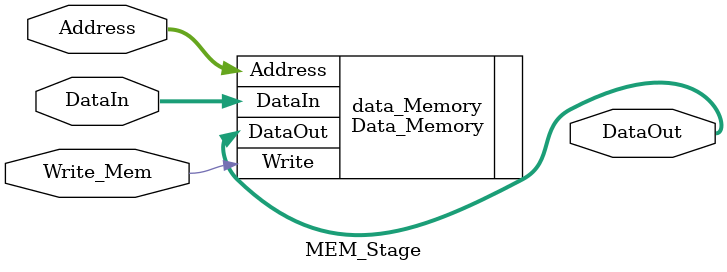
<source format=v>

module IF_Stage(PCSourse, PC, Transfer_PC, R_PC, Jump_PC, Next_PC, PC_4, Instruct);                 //???  R_PC
    input [31:0] PC, Jump_PC, Transfer_PC, R_PC;            //四选一信号输入的PC的几个选项
    input [1:0] PCSourse;                   //PC选择信号

    output [31:0] Next_PC, PC_4, Instruct;
    mux4 Mux4_to_1(PC_4, Transfer_PC, R_PC,Jump_PC, PCSourse,  Next_PC);
    cla32 pc_plus_4(PC, 32'h4, 1'b0, PC_4);

    wire [9:0] addr = {PC[11:2]};
    Instruct_Memory mem(addr, Instruct);
endmodule

//id stage
module ID_Stage(
  Mem_Write_Reg_EN, Mem_Dst_id, Exe_Dst_id, Exe_Wrire_Reg_EN, Exe_MemToReg, Mem_MemToReg, 
  ID_PC4, Instruct, WB_Dst_id, 
  Dst_id_info, Exe_Alu_Res, Mem_Alu_Res, Mem_out, WB_WriteReg_EN, Clock, clrn, Transfer_PC, Jump_PC, PCSourse, 
  NO_Stall, Write_Reg, MemToReg, Write_Mem, Alu_Code, alu_b_in_mux, Alu_dataIn_a, Alu_dataIn_b, immediate, rn, 
  Shift, Jal
);
/*Signal
Exe_Dst_id: write_reg id, before the EXE/Mem Reg
Mem_Dst_idr: write_reg id, after the EXE/Mem Reg
Dst_id_info: the info write to reg
Mem_out: the alu input red from mem
clrn:???
a:
b:
rn:
*/
    input [31:0] ID_PC4, Instruct, Dst_id_info, Exe_Alu_Res, Mem_Alu_Res, Mem_out;
    input [4:0] Exe_Dst_id, Mem_Dst_id, WB_Dst_id;
    input Mem_Write_Reg_EN, Exe_Wrire_Reg_EN, Exe_MemToReg, Mem_MemToReg, WB_WriteReg_EN;
    input Clock, clrn;
    
    output [31:0] Transfer_PC, Jump_PC, Alu_dataIn_a, Alu_dataIn_b, immediate;
    output [4:0] rn;
    output [3:0] Alu_Code;
    output [1:0] PCSourse;
    output NO_Stall, Write_Reg, MemToReg, Write_Mem, alu_b_in_mux, Shift, Jal;

    wire [5:0] opCode, funCode;
    wire [4:0] rs, rt, rd;
    wire [31:0] qa, qb, br_offset;
    wire [15:0] ext16;
    wire [1:0] fwda, fwdb;
    wire regret, sext, rsrtequ, e;
    assign funCode = Instruct[5:0];
    assign opCode = Instruct[31:26];
    assign rs = Instruct[25:21];
    assign rt = Instruct[20:16];
    assign rd = Instruct[15:11];
    assign Jump_PC = {ID_PC4[31:28], Instruct[25:0], 2'b00};

    Controller controller(
        Mem_MemToReg, Mem_Write_Reg_EN, Mem_Dst_id, Exe_MemToReg, Exe_Wrire_Reg_EN, Exe_Dst_id, funCode,
        opCode, rs, rt, rsrtequ, Write_Reg, MemToReg, Write_Mem, Alu_Code, alu_b_in_mux, regret,
        fwda, fwdb, NO_Stall, sext, PCSourse, Shift, Jal
    );

    Register_File reg_file(rs, rt, WB_Dst_id, Dst_id_info, WB_WriteReg_EN, ~Clock, qa, qb);
    mux2x5 dst_id_No(rd, rt, regret, rn);
    mux4 alu_a(qa, Exe_Alu_Res, Mem_Alu_Res, Mem_out, fwda, Alu_dataIn_a);
    mux4 alu_b(qb, Exe_Alu_Res, Mem_Alu_Res, Mem_out, fwdb, Alu_dataIn_b);

    assign rsrtequ = ~|(Alu_dataIn_a ^ Alu_dataIn_b);
    assign e = sext & Instruct[15];
    assign ext16 = {16{e}};
    assign immediate = {ext16, Instruct[15:0]};
    assign br_offset = {immediate[29:0], 2'b00};
    assign Transfer_PC = ID_PC4 + br_offset;

endmodule // ID_Stage

//exe stage
module EXE_Stage(
    Alu_Code, Alu_idata, DataIn_1, DataIn_2,
    Alu_idata_sel, Shift, Dst_id,  PC_4, 
    Jal, Dst_id_After, Alu_Result
);
/*Signal
Alu_idata_sel: use to select alu_dataIn_2 immediate data or from reg
Shift:  
Dst_id_After: unknow signal
*/
    input [31:0] Alu_idata, DataIn_1, DataIn_2, PC_4;
    input [4:0] Dst_id;
    input [3:0] Alu_Code;
    input Alu_idata_sel, Shift, Jal;

    output [4:0] Dst_id_After;
    output [31:0] Alu_Result;

    wire [31:0] to_alu_a_bus, to_alu_b_bus, alu_out_bus, shift_data_bus, pc_bus;
    wire Zero;

    assign shift_data_bus = {Alu_idata[5:0], Alu_idata[31:6]};
    PC_Plus_4 pc_plus_4(PC_4, pc_bus);
    
    mux2 alu_a_in_mux(DataIn_1, shift_data_bus, Shift, to_alu_a_bus);
    mux2 alu_b_in_mux(DataIn_2, Alu_idata, Alu_idata_sel, to_alu_b_bus);
    mux2 alu_result_mux(alu_out_bus, pc_bus, Jal, Alu_Result);

    assign Dst_id_After = Dst_id; //| {5{Jal}};    what fxxk do not support jal

    Alu alu(to_alu_a_bus, to_alu_b_bus, Alu_Code, alu_out_bus);

endmodule // EXE_Stage



//mem stage
module MEM_Stage(
    Write_Mem, Address, DataIn, DataOut
);
    input Write_Mem;
    input [31:0] Address, DataIn;
    output [31:0] DataOut;
    Data_Memory data_Memory(.Write(Write_Mem), .Address(Address), .DataIn(DataIn), .DataOut(DataOut));
endmodule // MEM_Stage









</source>
